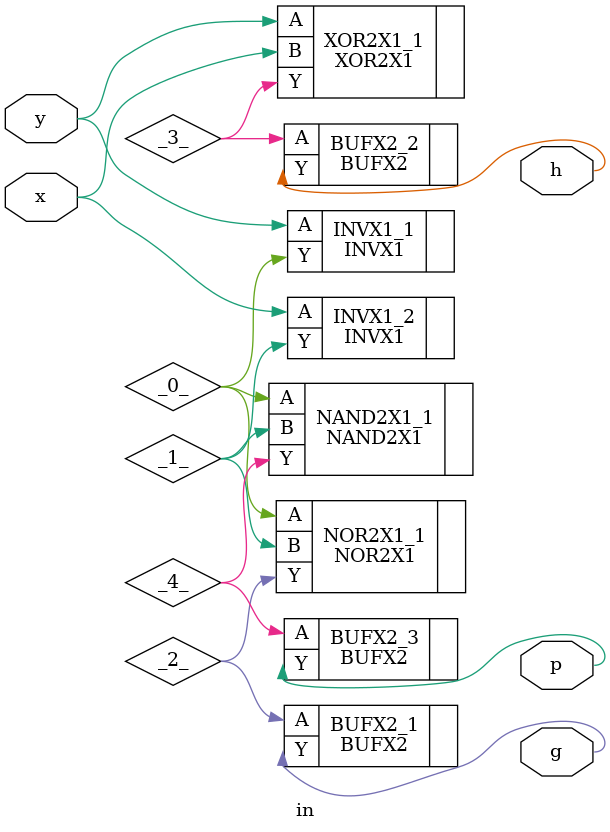
<source format=v>
module in (x, y, g, p, h);

input x;
input y;
output g;
output p;
output h;

BUFX2 BUFX2_1 ( .A(_2_), .Y(g) );
BUFX2 BUFX2_2 ( .A(_3_), .Y(h) );
BUFX2 BUFX2_3 ( .A(_4_), .Y(p) );
INVX1 INVX1_1 ( .A(y), .Y(_0_) );
INVX1 INVX1_2 ( .A(x), .Y(_1_) );
NOR2X1 NOR2X1_1 ( .A(_0_), .B(_1_), .Y(_2_) );
NAND2X1 NAND2X1_1 ( .A(_0_), .B(_1_), .Y(_4_) );
XOR2X1 XOR2X1_1 ( .A(y), .B(x), .Y(_3_) );
endmodule

</source>
